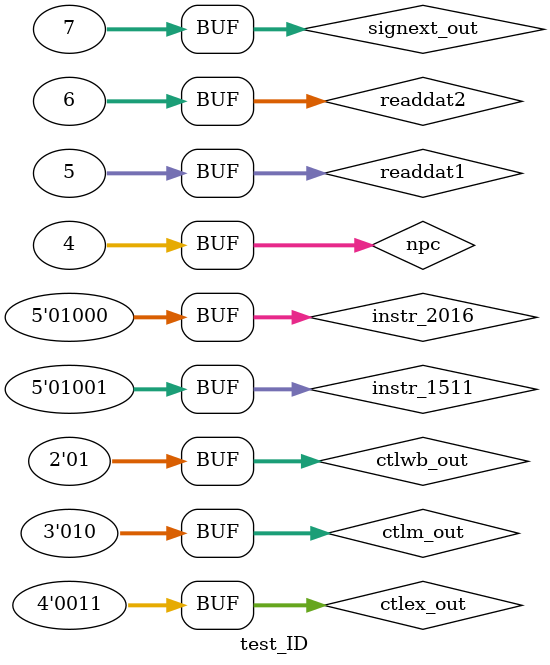
<source format=v>
`timescale 1ns / 1ps


module test_ID;

	// Inputs
	reg [1:0] ctlwb_out;
	reg [2:0] ctlm_out;
	reg [3:0] ctlex_out;
	reg [31:0] npc;
	reg [31:0] readdat1;
	reg [31:0] readdat2;
	reg [31:0] signext_out;
	reg [4:0] instr_2016;
	reg [4:0] instr_1511;

	// Outputs
	wire [1:0] wb_ctlout;
	wire [2:0] m_ctlout;
	wire [3:0] ex_ctlout;
	wire [31:0] npcout;
	wire [31:0] rdata1out;
	wire [31:0] rdata2out;
	wire [31:0] s_extendout;
	wire [4:0] instrout_2016;
	wire [4:0] instrout_1511;

	// Instantiate the Unit Under Test (UUT)
	ID_latch uut (
		.ctlwb_out(ctlwb_out), 
		.ctlm_out(ctlm_out), 
		.ctlex_out(ctlex_out), 
		.npc(npc), 
		.readdat1(readdat1), 
		.readdat2(readdat2), 
		.signext_out(signext_out), 
		.instr_2016(instr_2016), 
		.instr_1511(instr_1511), 
		.wb_ctlout(wb_ctlout), 
		.m_ctlout(m_ctlout), 
		.ex_ctlout(ex_ctlout), 
		.npcout(npcout), 
		.rdata1out(rdata1out), 
		.rdata2out(rdata2out), 
		.s_extendout(s_extendout), 
		.instrout_2016(instrout_2016), 
		.instrout_1511(instrout_1511)
	);

	initial begin
		// Initialize Inputs
		ctlwb_out = 0;
		ctlm_out = 0;
		ctlex_out = 0;
		npc = 0;
		readdat1 = 0;
		readdat2 = 0;
		signext_out = 0;
		instr_2016 = 0;
		instr_1511 = 0;

		// Wait 10 ns for global reset to finish
		
		#10
		ctlwb_out = 1;
		ctlm_out = 2;
		ctlex_out = 3;
		npc = 4;
		readdat1 = 5;
		readdat2 = 6;
		signext_out =7;
		instr_2016 = 8;
		instr_1511 = 9;
		
		//#10;
		//$finish;
		end
     

	
      
endmodule

	
</source>
